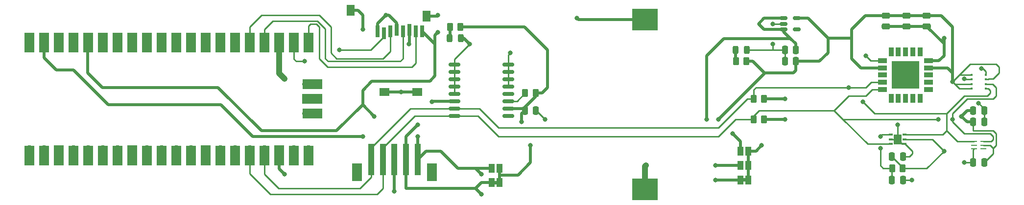
<source format=gbr>
%TF.GenerationSoftware,KiCad,Pcbnew,(6.0.8)*%
%TF.CreationDate,2022-11-30T15:49:30-05:00*%
%TF.ProjectId,mushroomDataloggerProject,6d757368-726f-46f6-9d44-6174616c6f67,rev?*%
%TF.SameCoordinates,Original*%
%TF.FileFunction,Copper,L1,Top*%
%TF.FilePolarity,Positive*%
%FSLAX46Y46*%
G04 Gerber Fmt 4.6, Leading zero omitted, Abs format (unit mm)*
G04 Created by KiCad (PCBNEW (6.0.8)) date 2022-11-30 15:49:30*
%MOMM*%
%LPD*%
G01*
G04 APERTURE LIST*
G04 Aperture macros list*
%AMRoundRect*
0 Rectangle with rounded corners*
0 $1 Rounding radius*
0 $2 $3 $4 $5 $6 $7 $8 $9 X,Y pos of 4 corners*
0 Add a 4 corners polygon primitive as box body*
4,1,4,$2,$3,$4,$5,$6,$7,$8,$9,$2,$3,0*
0 Add four circle primitives for the rounded corners*
1,1,$1+$1,$2,$3*
1,1,$1+$1,$4,$5*
1,1,$1+$1,$6,$7*
1,1,$1+$1,$8,$9*
0 Add four rect primitives between the rounded corners*
20,1,$1+$1,$2,$3,$4,$5,0*
20,1,$1+$1,$4,$5,$6,$7,0*
20,1,$1+$1,$6,$7,$8,$9,0*
20,1,$1+$1,$8,$9,$2,$3,0*%
G04 Aperture macros list end*
%TA.AperFunction,SMDPad,CuDef*%
%ADD10R,0.400000X0.400000*%
%TD*%
%TA.AperFunction,ComponentPad*%
%ADD11O,1.700000X1.700000*%
%TD*%
%TA.AperFunction,SMDPad,CuDef*%
%ADD12R,1.700000X3.500000*%
%TD*%
%TA.AperFunction,ComponentPad*%
%ADD13R,1.700000X1.700000*%
%TD*%
%TA.AperFunction,SMDPad,CuDef*%
%ADD14R,3.500000X1.700000*%
%TD*%
%TA.AperFunction,SMDPad,CuDef*%
%ADD15R,0.812800X1.498600*%
%TD*%
%TA.AperFunction,SMDPad,CuDef*%
%ADD16R,1.498600X0.812800*%
%TD*%
%TA.AperFunction,SMDPad,CuDef*%
%ADD17R,4.800600X4.800600*%
%TD*%
%TA.AperFunction,SMDPad,CuDef*%
%ADD18RoundRect,0.250000X-0.262500X-0.450000X0.262500X-0.450000X0.262500X0.450000X-0.262500X0.450000X0*%
%TD*%
%TA.AperFunction,SMDPad,CuDef*%
%ADD19R,1.000000X1.500000*%
%TD*%
%TA.AperFunction,SMDPad,CuDef*%
%ADD20R,4.495800X3.810000*%
%TD*%
%TA.AperFunction,SMDPad,CuDef*%
%ADD21R,1.000000X5.500000*%
%TD*%
%TA.AperFunction,SMDPad,CuDef*%
%ADD22R,1.700000X3.100000*%
%TD*%
%TA.AperFunction,SMDPad,CuDef*%
%ADD23R,0.800000X2.000000*%
%TD*%
%TA.AperFunction,SMDPad,CuDef*%
%ADD24R,1.800000X1.400000*%
%TD*%
%TA.AperFunction,SMDPad,CuDef*%
%ADD25R,1.400000X1.900000*%
%TD*%
%TA.AperFunction,SMDPad,CuDef*%
%ADD26RoundRect,0.250000X-0.250000X-0.475000X0.250000X-0.475000X0.250000X0.475000X-0.250000X0.475000X0*%
%TD*%
%TA.AperFunction,SMDPad,CuDef*%
%ADD27R,0.762000X0.406400*%
%TD*%
%TA.AperFunction,SMDPad,CuDef*%
%ADD28R,1.346200X1.752600*%
%TD*%
%TA.AperFunction,SMDPad,CuDef*%
%ADD29RoundRect,0.250000X-0.475000X0.250000X-0.475000X-0.250000X0.475000X-0.250000X0.475000X0.250000X0*%
%TD*%
%TA.AperFunction,SMDPad,CuDef*%
%ADD30RoundRect,0.250000X0.250000X0.475000X-0.250000X0.475000X-0.250000X-0.475000X0.250000X-0.475000X0*%
%TD*%
%TA.AperFunction,SMDPad,CuDef*%
%ADD31RoundRect,0.150000X0.875000X0.150000X-0.875000X0.150000X-0.875000X-0.150000X0.875000X-0.150000X0*%
%TD*%
%TA.AperFunction,SMDPad,CuDef*%
%ADD32R,1.066800X0.254000*%
%TD*%
%TA.AperFunction,SMDPad,CuDef*%
%ADD33RoundRect,0.243750X0.243750X0.456250X-0.243750X0.456250X-0.243750X-0.456250X0.243750X-0.456250X0*%
%TD*%
%TA.AperFunction,SMDPad,CuDef*%
%ADD34RoundRect,0.150000X-0.512500X-0.150000X0.512500X-0.150000X0.512500X0.150000X-0.512500X0.150000X0*%
%TD*%
%TA.AperFunction,ViaPad*%
%ADD35C,0.800000*%
%TD*%
%TA.AperFunction,Conductor*%
%ADD36C,0.500000*%
%TD*%
%TA.AperFunction,Conductor*%
%ADD37C,0.250000*%
%TD*%
%TA.AperFunction,Conductor*%
%ADD38C,1.000000*%
%TD*%
G04 APERTURE END LIST*
%TO.C,JP2*%
G36*
X147750000Y-50800000D02*
G01*
X147250000Y-50800000D01*
X147250000Y-50200000D01*
X147750000Y-50200000D01*
X147750000Y-50800000D01*
G37*
%TO.C,JP4*%
G36*
X104750000Y-51300000D02*
G01*
X104250000Y-51300000D01*
X104250000Y-50700000D01*
X104750000Y-50700000D01*
X104750000Y-51300000D01*
G37*
%TD*%
D10*
%TO.P,U4,1,GND*%
%TO.N,GND*%
X189200000Y-32300000D03*
%TO.P,U4,2,CSB*%
%TO.N,/Sensors/VCC*%
X189200000Y-33100000D03*
%TO.P,U4,3,SDI*%
%TO.N,SDA*%
X189200000Y-33900000D03*
%TO.P,U4,4,SCK*%
%TO.N,SCL*%
X189200000Y-34700000D03*
%TO.P,U4,5,SDO*%
%TO.N,/Sensors/VCC*%
X186800000Y-34700000D03*
%TO.P,U4,6,VDDIO*%
X186800000Y-33900000D03*
%TO.P,U4,7,GND*%
%TO.N,GND*%
X186800000Y-33100000D03*
%TO.P,U4,8,VDD*%
%TO.N,/Sensors/VCC*%
X186800000Y-32300000D03*
%TD*%
D11*
%TO.P,U1,1,GPIO0*%
%TO.N,unconnected-(U1-Pad1)*%
X23870000Y-45390000D03*
D12*
X23870000Y-46290000D03*
D11*
%TO.P,U1,2,GPIO1*%
%TO.N,unconnected-(U1-Pad2)*%
X26410000Y-45390000D03*
D12*
X26410000Y-46290000D03*
D13*
%TO.P,U1,3,GND*%
%TO.N,unconnected-(U1-Pad3)*%
X28950000Y-45390000D03*
D12*
X28950000Y-46290000D03*
D11*
%TO.P,U1,4,GPIO2*%
%TO.N,unconnected-(U1-Pad4)*%
X31490000Y-45390000D03*
D12*
X31490000Y-46290000D03*
D11*
%TO.P,U1,5,GPIO3*%
%TO.N,unconnected-(U1-Pad5)*%
X34030000Y-45390000D03*
D12*
X34030000Y-46290000D03*
%TO.P,U1,6,GPIO4*%
%TO.N,unconnected-(U1-Pad6)*%
X36570000Y-46290000D03*
D11*
X36570000Y-45390000D03*
%TO.P,U1,7,GPIO5*%
%TO.N,unconnected-(U1-Pad7)*%
X39110000Y-45390000D03*
D12*
X39110000Y-46290000D03*
D13*
%TO.P,U1,8,GND*%
%TO.N,unconnected-(U1-Pad8)*%
X41650000Y-45390000D03*
D12*
X41650000Y-46290000D03*
D11*
%TO.P,U1,9,GPIO6*%
%TO.N,unconnected-(U1-Pad9)*%
X44190000Y-45390000D03*
D12*
X44190000Y-46290000D03*
%TO.P,U1,10,GPIO7*%
%TO.N,unconnected-(U1-Pad10)*%
X46730000Y-46290000D03*
D11*
X46730000Y-45390000D03*
D12*
%TO.P,U1,11,GPIO8*%
%TO.N,unconnected-(U1-Pad11)*%
X49270000Y-46290000D03*
D11*
X49270000Y-45390000D03*
%TO.P,U1,12,GPIO9*%
%TO.N,unconnected-(U1-Pad12)*%
X51810000Y-45390000D03*
D12*
X51810000Y-46290000D03*
%TO.P,U1,13,GND*%
%TO.N,unconnected-(U1-Pad13)*%
X54350000Y-46290000D03*
D13*
X54350000Y-45390000D03*
D12*
%TO.P,U1,14,GPIO10*%
%TO.N,unconnected-(U1-Pad14)*%
X56890000Y-46290000D03*
D11*
X56890000Y-45390000D03*
D12*
%TO.P,U1,15,GPIO11*%
%TO.N,unconnected-(U1-Pad15)*%
X59430000Y-46290000D03*
D11*
X59430000Y-45390000D03*
%TO.P,U1,16,GPIO12*%
%TO.N,SDA*%
X61970000Y-45390000D03*
D12*
X61970000Y-46290000D03*
%TO.P,U1,17,GPIO13*%
%TO.N,SCL*%
X64510000Y-46290000D03*
D11*
X64510000Y-45390000D03*
D12*
%TO.P,U1,18,GND*%
%TO.N,GND*%
X67050000Y-46290000D03*
D13*
X67050000Y-45390000D03*
D12*
%TO.P,U1,19,GPIO14*%
%TO.N,unconnected-(U1-Pad19)*%
X69590000Y-46290000D03*
D11*
X69590000Y-45390000D03*
D12*
%TO.P,U1,20,GPIO15*%
%TO.N,unconnected-(U1-Pad20)*%
X72130000Y-46290000D03*
D11*
X72130000Y-45390000D03*
%TO.P,U1,21,GPIO16*%
%TO.N,/SPI_RX*%
X72130000Y-27610000D03*
D12*
X72130000Y-26710000D03*
%TO.P,U1,22,GPIO17*%
%TO.N,/CS*%
X69590000Y-26710000D03*
D11*
X69590000Y-27610000D03*
D12*
%TO.P,U1,23,GND*%
%TO.N,GND*%
X67050000Y-26710000D03*
D13*
X67050000Y-27610000D03*
D11*
%TO.P,U1,24,GPIO18*%
%TO.N,/SCK*%
X64510000Y-27610000D03*
D12*
X64510000Y-26710000D03*
%TO.P,U1,25,GPIO19*%
%TO.N,/SPI_TX*%
X61970000Y-26710000D03*
D11*
X61970000Y-27610000D03*
%TO.P,U1,26,GPIO20*%
%TO.N,unconnected-(U1-Pad26)*%
X59430000Y-27610000D03*
D12*
X59430000Y-26710000D03*
%TO.P,U1,27,GPIO21*%
%TO.N,unconnected-(U1-Pad27)*%
X56890000Y-26710000D03*
D11*
X56890000Y-27610000D03*
D12*
%TO.P,U1,28,GND*%
%TO.N,unconnected-(U1-Pad28)*%
X54350000Y-26710000D03*
D13*
X54350000Y-27610000D03*
D11*
%TO.P,U1,29,GPIO22*%
%TO.N,unconnected-(U1-Pad29)*%
X51810000Y-27610000D03*
D12*
X51810000Y-26710000D03*
%TO.P,U1,30,RUN*%
%TO.N,unconnected-(U1-Pad30)*%
X49270000Y-26710000D03*
D11*
X49270000Y-27610000D03*
D12*
%TO.P,U1,31,GPIO26_ADC0*%
%TO.N,unconnected-(U1-Pad31)*%
X46730000Y-26710000D03*
D11*
X46730000Y-27610000D03*
D12*
%TO.P,U1,32,GPIO27_ADC1*%
%TO.N,unconnected-(U1-Pad32)*%
X44190000Y-26710000D03*
D11*
X44190000Y-27610000D03*
D12*
%TO.P,U1,33,AGND*%
%TO.N,unconnected-(U1-Pad33)*%
X41650000Y-26710000D03*
D13*
X41650000Y-27610000D03*
D12*
%TO.P,U1,34,GPIO28_ADC2*%
%TO.N,unconnected-(U1-Pad34)*%
X39110000Y-26710000D03*
D11*
X39110000Y-27610000D03*
%TO.P,U1,35,ADC_VREF*%
%TO.N,unconnected-(U1-Pad35)*%
X36570000Y-27610000D03*
D12*
X36570000Y-26710000D03*
%TO.P,U1,36,3V3*%
%TO.N,3V3*%
X34030000Y-26710000D03*
D11*
X34030000Y-27610000D03*
D12*
%TO.P,U1,37,3V3_EN*%
%TO.N,unconnected-(U1-Pad37)*%
X31490000Y-26710000D03*
D11*
X31490000Y-27610000D03*
D13*
%TO.P,U1,38,GND*%
%TO.N,GND*%
X28950000Y-27610000D03*
D12*
X28950000Y-26710000D03*
%TO.P,U1,39,VSYS*%
%TO.N,5V*%
X26410000Y-26710000D03*
D11*
X26410000Y-27610000D03*
%TO.P,U1,40,VBUS*%
%TO.N,unconnected-(U1-Pad40)*%
X23870000Y-27610000D03*
D12*
X23870000Y-26710000D03*
D14*
%TO.P,U1,41,SWCLK*%
%TO.N,unconnected-(U1-Pad41)*%
X72800000Y-39040000D03*
D11*
X71900000Y-39040000D03*
D14*
%TO.P,U1,42,GND*%
%TO.N,unconnected-(U1-Pad42)*%
X72800000Y-36500000D03*
D13*
X71900000Y-36500000D03*
D11*
%TO.P,U1,43,SWDIO*%
%TO.N,unconnected-(U1-Pad43)*%
X71900000Y-33960000D03*
D14*
X72800000Y-33960000D03*
%TD*%
D15*
%TO.P,U6,1,DNC*%
%TO.N,unconnected-(U6-Pad1)*%
X177865000Y-28365000D03*
%TO.P,U6,2,DNC*%
%TO.N,unconnected-(U6-Pad2)*%
X176615000Y-28365000D03*
%TO.P,U6,3,DNC*%
%TO.N,unconnected-(U6-Pad3)*%
X175365000Y-28365000D03*
%TO.P,U6,4,DNC*%
%TO.N,unconnected-(U6-Pad4)*%
X174115000Y-28365000D03*
%TO.P,U6,5,DNC*%
%TO.N,unconnected-(U6-Pad5)*%
X172865000Y-28365000D03*
D16*
%TO.P,U6,6,GND*%
%TO.N,GND*%
X171365000Y-29865000D03*
%TO.P,U6,7,VDD*%
%TO.N,/Sensors/VCC*%
X171365000Y-31115000D03*
%TO.P,U6,8,DNC*%
%TO.N,unconnected-(U6-Pad8)*%
X171365000Y-32365000D03*
%TO.P,U6,9,SCL*%
%TO.N,SCL*%
X171365000Y-33615000D03*
%TO.P,U6,10,SDA*%
%TO.N,SDA*%
X171365000Y-34865000D03*
D15*
%TO.P,U6,11,DNC*%
%TO.N,unconnected-(U6-Pad11)*%
X172865000Y-36365000D03*
%TO.P,U6,12,DNC*%
%TO.N,unconnected-(U6-Pad12)*%
X174115000Y-36365000D03*
%TO.P,U6,13,DNC*%
%TO.N,unconnected-(U6-Pad13)*%
X175365000Y-36365000D03*
%TO.P,U6,14,DNC*%
%TO.N,unconnected-(U6-Pad14)*%
X176615000Y-36365000D03*
%TO.P,U6,15,DNC*%
%TO.N,unconnected-(U6-Pad15)*%
X177865000Y-36365000D03*
D16*
%TO.P,U6,16,DNC*%
%TO.N,unconnected-(U6-Pad16)*%
X179365000Y-34865000D03*
%TO.P,U6,17,DNC*%
%TO.N,unconnected-(U6-Pad17)*%
X179365000Y-33615000D03*
%TO.P,U6,18,DNC*%
%TO.N,unconnected-(U6-Pad18)*%
X179365000Y-32365000D03*
%TO.P,U6,19,VDDH*%
%TO.N,/Sensors/VCC*%
X179365000Y-31115000D03*
%TO.P,U6,20,GND*%
%TO.N,GND*%
X179365000Y-29865000D03*
D17*
%TO.P,U6,21,GND*%
X175365000Y-32365000D03*
%TD*%
D18*
%TO.P,R2,1*%
%TO.N,Net-(C2-Pad1)*%
X173037500Y-48510000D03*
%TO.P,R2,2*%
%TO.N,/Sensors/VCC*%
X174862500Y-48510000D03*
%TD*%
D19*
%TO.P,JP3,1,A*%
%TO.N,5V*%
X103850000Y-48500000D03*
%TO.P,JP3,2,B*%
%TO.N,/VCC_RTC*%
X105150000Y-48500000D03*
%TD*%
D20*
%TO.P,BT1,1,+*%
%TO.N,/RTC_VBAT*%
X130346000Y-22806598D03*
%TO.P,BT1,2,-*%
%TO.N,GND*%
X130346000Y-52103008D03*
%TD*%
D21*
%TO.P,Sensor Extension,1,Pin_1*%
%TO.N,SCL*%
X83000000Y-47000000D03*
%TO.P,Sensor Extension,2,Pin_2*%
%TO.N,SDA*%
X85000000Y-47000000D03*
%TO.P,Sensor Extension,3,Pin_3*%
%TO.N,GND*%
X87000000Y-47000000D03*
%TO.P,Sensor Extension,4,Pin_4*%
%TO.N,3V3*%
X89000000Y-47000000D03*
%TO.P,Sensor Extension,5,Pin_5*%
%TO.N,5V*%
X91000000Y-47000000D03*
D22*
%TO.P,Sensor Extension,6*%
%TO.N,N/C*%
X93450000Y-49200000D03*
%TO.P,Sensor Extension,7*%
X80550000Y-49200000D03*
%TD*%
D18*
%TO.P,R11,1*%
%TO.N,SCL*%
X149087500Y-36500000D03*
%TO.P,R11,2*%
%TO.N,/Sensors/VCC*%
X150912500Y-36500000D03*
%TD*%
%TO.P,R9,1*%
%TO.N,Net-(D2-Pad2)*%
X146037500Y-30000000D03*
%TO.P,R9,2*%
%TO.N,/Sensors/VCC*%
X147862500Y-30000000D03*
%TD*%
D23*
%TO.P,SD Card,1,DAT2*%
%TO.N,3V3*%
X84060000Y-24775000D03*
%TO.P,SD Card,2,CD/DAT3*%
%TO.N,/CS*%
X85160000Y-25175000D03*
%TO.P,SD Card,3,CMD*%
%TO.N,/SPI_TX*%
X86260000Y-24775000D03*
%TO.P,SD Card,4,VDD*%
%TO.N,3V3*%
X87360000Y-24575000D03*
%TO.P,SD Card,5,CLK*%
%TO.N,/SCK*%
X88460000Y-24775000D03*
%TO.P,SD Card,6,VSS*%
%TO.N,GND*%
X89560000Y-24575000D03*
%TO.P,SD Card,7,DAT0*%
%TO.N,/SPI_RX*%
X90660000Y-24775000D03*
%TO.P,SD Card,8,DAT1*%
%TO.N,3V3*%
X91760000Y-24775000D03*
D24*
%TO.P,SD Card,9,CD1*%
%TO.N,GND*%
X90950000Y-35325000D03*
%TO.P,SD Card,10,CD2*%
X85250000Y-35325000D03*
D25*
%TO.P,SD Card,11,GND*%
X92550000Y-22175000D03*
%TO.P,SD Card,12,GND*%
X79400000Y-21175000D03*
%TD*%
D18*
%TO.P,R8,1*%
%TO.N,Net-(D1-Pad2)*%
X96587500Y-24000000D03*
%TO.P,R8,2*%
%TO.N,/VCC_RTC*%
X98412500Y-24000000D03*
%TD*%
D26*
%TO.P,C2,1*%
%TO.N,Net-(C2-Pad1)*%
X173000000Y-50510000D03*
%TO.P,C2,2*%
%TO.N,GND*%
X174900000Y-50510000D03*
%TD*%
D27*
%TO.P,U7,1,VDD*%
%TO.N,Net-(C2-Pad1)*%
X172806200Y-42699999D03*
%TO.P,U7,2,VSS*%
%TO.N,GND*%
X172806200Y-43500000D03*
%TO.P,U7,3,SDA*%
%TO.N,SDA*%
X172806200Y-44300001D03*
%TO.P,U7,4,NA*%
%TO.N,GND*%
X175193800Y-44300001D03*
%TO.P,U7,5,VDDH*%
%TO.N,/Sensors/VCC*%
X175193800Y-43500000D03*
%TO.P,U7,6,SCL*%
%TO.N,SCL*%
X175193800Y-42699999D03*
D28*
%TO.P,U7,7,GND*%
%TO.N,GND*%
X174000000Y-43500000D03*
%TD*%
D26*
%TO.P,C3,1*%
%TO.N,/VCC_RTC*%
X109550000Y-38500000D03*
%TO.P,C3,2*%
%TO.N,GND*%
X111450000Y-38500000D03*
%TD*%
D18*
%TO.P,R12,1*%
%TO.N,SDA*%
X149087500Y-40000000D03*
%TO.P,R12,2*%
%TO.N,/Sensors/VCC*%
X150912500Y-40000000D03*
%TD*%
D29*
%TO.P,C8,1*%
%TO.N,/Sensors/VCC*%
X179000000Y-22050000D03*
%TO.P,C8,2*%
%TO.N,GND*%
X179000000Y-23950000D03*
%TD*%
D19*
%TO.P,JP5,1,A*%
%TO.N,/Sensors/VCC_IN*%
X148150000Y-45500000D03*
%TO.P,JP5,2,B*%
%TO.N,/Sensors/VCC*%
X146850000Y-45500000D03*
%TD*%
D26*
%TO.P,C4,1*%
%TO.N,/Sensors/VCC*%
X187050000Y-40500000D03*
%TO.P,C4,2*%
%TO.N,GND*%
X188950000Y-40500000D03*
%TD*%
D19*
%TO.P,JP1,1,A*%
%TO.N,/Sensors/VCC_IN*%
X148150000Y-48000000D03*
%TO.P,JP1,2,B*%
%TO.N,5V*%
X146850000Y-48000000D03*
%TD*%
D30*
%TO.P,C7,1*%
%TO.N,/Sensors/VCC_IN*%
X156400000Y-28000000D03*
%TO.P,C7,2*%
%TO.N,GND*%
X154500000Y-28000000D03*
%TD*%
D31*
%TO.P,RTC,1,32KHZ*%
%TO.N,unconnected-(U2-Pad1)*%
X106650000Y-39445000D03*
%TO.P,RTC,2,VCC*%
%TO.N,/VCC_RTC*%
X106650000Y-38175000D03*
%TO.P,RTC,3,~{INT}/SQW*%
%TO.N,/RTC_INT*%
X106650000Y-36905000D03*
%TO.P,RTC,4,~{RST}*%
%TO.N,unconnected-(U2-Pad4)*%
X106650000Y-35635000D03*
%TO.P,RTC,5,GND*%
%TO.N,GND*%
X106650000Y-34365000D03*
%TO.P,RTC,6,GND*%
X106650000Y-33095000D03*
%TO.P,RTC,7,GND*%
X106650000Y-31825000D03*
%TO.P,RTC,8,GND*%
X106650000Y-30555000D03*
%TO.P,RTC,9,GND*%
X97350000Y-30555000D03*
%TO.P,RTC,10,GND*%
X97350000Y-31825000D03*
%TO.P,RTC,11,GND*%
X97350000Y-33095000D03*
%TO.P,RTC,12,GND*%
X97350000Y-34365000D03*
%TO.P,RTC,13,GND*%
X97350000Y-35635000D03*
%TO.P,RTC,14,VBAT*%
%TO.N,/RTC_VBAT*%
X97350000Y-36905000D03*
%TO.P,RTC,15,SDA*%
%TO.N,SCL*%
X97350000Y-38175000D03*
%TO.P,RTC,16,SCL*%
%TO.N,SDA*%
X97350000Y-39445000D03*
%TD*%
D29*
%TO.P,C10,1*%
%TO.N,/Sensors/VCC*%
X172000000Y-22050000D03*
%TO.P,C10,2*%
%TO.N,GND*%
X172000000Y-23950000D03*
%TD*%
D19*
%TO.P,JP2,1,A*%
%TO.N,/Sensors/VCC_IN*%
X148150000Y-50500000D03*
%TO.P,JP2,2,B*%
%TO.N,3V3*%
X146850000Y-50500000D03*
%TD*%
D30*
%TO.P,C6,1*%
%TO.N,/Sensors/VCC*%
X188950000Y-47500000D03*
%TO.P,C6,2*%
%TO.N,GND*%
X187050000Y-47500000D03*
%TD*%
%TO.P,C1,1*%
%TO.N,/Sensors/VCC*%
X156400000Y-30000000D03*
%TO.P,C1,2*%
%TO.N,GND*%
X154500000Y-30000000D03*
%TD*%
D32*
%TO.P,U3,1,SCL*%
%TO.N,SCL*%
X187166100Y-43850014D03*
%TO.P,U3,2,INT*%
%TO.N,unconnected-(U3-Pad2)*%
X187166100Y-44500000D03*
%TO.P,U3,3,GND*%
%TO.N,GND*%
X187166100Y-45149986D03*
%TO.P,U3,4,NC*%
%TO.N,unconnected-(U3-Pad4)*%
X188817100Y-45149986D03*
%TO.P,U3,5,VDD*%
%TO.N,/Sensors/VCC*%
X188817100Y-44500000D03*
%TO.P,U3,6,SDA*%
%TO.N,SDA*%
X188817100Y-43850014D03*
%TD*%
D19*
%TO.P,JP4,1,A*%
%TO.N,3V3*%
X103850000Y-51000000D03*
%TO.P,JP4,2,B*%
%TO.N,/VCC_RTC*%
X105150000Y-51000000D03*
%TD*%
D33*
%TO.P,D1,1,K*%
%TO.N,GND*%
X98437500Y-26000000D03*
%TO.P,D1,2,A*%
%TO.N,Net-(D1-Pad2)*%
X96562500Y-26000000D03*
%TD*%
D34*
%TO.P,U5,1,VIN*%
%TO.N,/Sensors/VCC_IN*%
X154312500Y-22550000D03*
%TO.P,U5,2,GND*%
%TO.N,GND*%
X154312500Y-23500000D03*
%TO.P,U5,3,EN*%
%TO.N,/Sensors/VCC_IN*%
X154312500Y-24450000D03*
%TO.P,U5,4,NC*%
%TO.N,unconnected-(U5-Pad4)*%
X156587500Y-24450000D03*
%TO.P,U5,5,VOUT*%
%TO.N,/Sensors/VCC*%
X156587500Y-22550000D03*
%TD*%
D33*
%TO.P,D2,1,K*%
%TO.N,GND*%
X147887500Y-28000000D03*
%TO.P,D2,2,A*%
%TO.N,Net-(D2-Pad2)*%
X146012500Y-28000000D03*
%TD*%
D26*
%TO.P,C5,1*%
%TO.N,/Sensors/VCC*%
X187050000Y-38500000D03*
%TO.P,C5,2*%
%TO.N,GND*%
X188950000Y-38500000D03*
%TD*%
%TO.P,C11,1*%
%TO.N,/Sensors/VCC*%
X173000000Y-46500000D03*
%TO.P,C11,2*%
%TO.N,GND*%
X174900000Y-46500000D03*
%TD*%
D18*
%TO.P,R1,1*%
%TO.N,/RTC_INT*%
X109587500Y-35500000D03*
%TO.P,R1,2*%
%TO.N,/VCC_RTC*%
X111412500Y-35500000D03*
%TD*%
D29*
%TO.P,C9,1*%
%TO.N,/Sensors/VCC*%
X175500000Y-22050000D03*
%TO.P,C9,2*%
%TO.N,GND*%
X175500000Y-23950000D03*
%TD*%
D35*
%TO.N,/RTC_VBAT*%
X118500000Y-22500000D03*
X93500000Y-37000000D03*
%TO.N,GND*%
X113000000Y-40000000D03*
X168500000Y-29000000D03*
X188500000Y-31224500D03*
X88175000Y-35325000D03*
X89500000Y-27000000D03*
X87000000Y-52500000D03*
X152450000Y-23500000D03*
X185500000Y-33024500D03*
X174000000Y-41000000D03*
X130500000Y-48000000D03*
X152450000Y-27000000D03*
X81500000Y-24500000D03*
X107000000Y-28500000D03*
X100000000Y-27000000D03*
X94500000Y-22000000D03*
X68000000Y-49500000D03*
X68000000Y-33000000D03*
X188000000Y-37224500D03*
X185500000Y-47500000D03*
X182000000Y-26000000D03*
X175500000Y-31000000D03*
X176490000Y-50510000D03*
%TO.N,/VCC_RTC*%
X110500000Y-44500000D03*
X109000000Y-40500000D03*
%TO.N,/Sensors/VCC_IN*%
X150500000Y-44500000D03*
X141000000Y-40000000D03*
%TO.N,SCL*%
X165500000Y-34500000D03*
X168000000Y-37000000D03*
%TO.N,SDA*%
X183500000Y-40000000D03*
X181000000Y-40000000D03*
%TO.N,3V3*%
X85500000Y-22000000D03*
X91000000Y-41000000D03*
X83500000Y-39500000D03*
X94500000Y-25000000D03*
X142500000Y-50500000D03*
X102000000Y-53000000D03*
%TO.N,5V*%
X142500000Y-48000000D03*
X81500000Y-43000000D03*
X102000000Y-49500000D03*
X91000000Y-43000000D03*
%TO.N,/CS*%
X71500000Y-30000000D03*
X77500000Y-28000000D03*
%TO.N,/Sensors/VCC*%
X185000000Y-39500000D03*
X154500000Y-40000000D03*
X182000000Y-45500000D03*
X143000000Y-40000000D03*
X154500000Y-36500000D03*
X145500000Y-42500000D03*
X143000000Y-40000000D03*
X183500000Y-33500000D03*
%TO.N,Net-(C2-Pad1)*%
X171000000Y-45024501D03*
X171000000Y-43000000D03*
X171000000Y-45024501D03*
%TD*%
D36*
%TO.N,/RTC_VBAT*%
X97350000Y-36905000D02*
X94595000Y-36905000D01*
X118500000Y-22500000D02*
X118806598Y-22806598D01*
X118806598Y-22806598D02*
X130346000Y-22806598D01*
X94595000Y-36905000D02*
X93595000Y-36905000D01*
X93595000Y-36905000D02*
X93500000Y-37000000D01*
%TO.N,GND*%
X181135000Y-29865000D02*
X182000000Y-29000000D01*
X172000000Y-23950000D02*
X179000000Y-23950000D01*
D37*
X175365000Y-32365000D02*
X175365000Y-31135000D01*
X174000000Y-43500000D02*
X174000000Y-41000000D01*
X189200000Y-32300000D02*
X189200000Y-31700000D01*
X176500000Y-46000000D02*
X176000000Y-46500000D01*
X97350000Y-34365000D02*
X97350000Y-35635000D01*
D38*
X67050000Y-32050000D02*
X68000000Y-33000000D01*
D37*
X187050000Y-47500000D02*
X185500000Y-47500000D01*
D36*
X67050000Y-45390000D02*
X67050000Y-48550000D01*
D37*
X174900000Y-50510000D02*
X176490000Y-50510000D01*
X154312500Y-23500000D02*
X152450000Y-23500000D01*
D36*
X79400000Y-21175000D02*
X80675000Y-21175000D01*
D37*
X188950000Y-40500000D02*
X188950000Y-38500000D01*
X169365000Y-29865000D02*
X168500000Y-29000000D01*
X152450000Y-28000000D02*
X152450000Y-27000000D01*
X111450000Y-38500000D02*
X111500000Y-38500000D01*
X175365000Y-31135000D02*
X175500000Y-31000000D01*
D36*
X94325000Y-22175000D02*
X94500000Y-22000000D01*
D37*
X188724500Y-31224500D02*
X188500000Y-31224500D01*
D36*
X99000000Y-26000000D02*
X100000000Y-27000000D01*
D37*
X175193800Y-44300001D02*
X175300001Y-44300001D01*
D36*
X89560000Y-24575000D02*
X89560000Y-26940000D01*
D38*
X67050000Y-27610000D02*
X67050000Y-32050000D01*
D37*
X176000000Y-46500000D02*
X174900000Y-46500000D01*
X106650000Y-28850000D02*
X107000000Y-28500000D01*
D38*
X130346000Y-52103008D02*
X130346000Y-48154000D01*
D37*
X97350000Y-34365000D02*
X97350000Y-33095000D01*
X188950000Y-38500000D02*
X188950000Y-38174500D01*
X152450000Y-28000000D02*
X147887500Y-28000000D01*
X189200000Y-31700000D02*
X188724500Y-31224500D01*
D36*
X87000000Y-47000000D02*
X87000000Y-52500000D01*
X81500000Y-22000000D02*
X81500000Y-24500000D01*
D37*
X174800001Y-44300001D02*
X174000000Y-43500000D01*
D36*
X98437500Y-26000000D02*
X99000000Y-26000000D01*
D37*
X106650000Y-33095000D02*
X106650000Y-31825000D01*
X97350000Y-31825000D02*
X97350000Y-30555000D01*
X172806200Y-43500000D02*
X174000000Y-43500000D01*
X154500000Y-28000000D02*
X154500000Y-30000000D01*
D36*
X182000000Y-26950000D02*
X182000000Y-26000000D01*
D37*
X97350000Y-29650000D02*
X100000000Y-27000000D01*
D36*
X85250000Y-35325000D02*
X90950000Y-35325000D01*
D37*
X171365000Y-29865000D02*
X169365000Y-29865000D01*
X111500000Y-38500000D02*
X113000000Y-40000000D01*
D38*
X130346000Y-48154000D02*
X130500000Y-48000000D01*
D37*
X188950000Y-38174500D02*
X188000000Y-37224500D01*
X176500000Y-45500000D02*
X176500000Y-46000000D01*
D36*
X179365000Y-29865000D02*
X181135000Y-29865000D01*
X92550000Y-22175000D02*
X94325000Y-22175000D01*
D37*
X175193800Y-44300001D02*
X174800001Y-44300001D01*
X154500000Y-28000000D02*
X152450000Y-28000000D01*
D36*
X182000000Y-29000000D02*
X182000000Y-26950000D01*
D37*
X106650000Y-34365000D02*
X106650000Y-33095000D01*
D36*
X89560000Y-26940000D02*
X89500000Y-27000000D01*
D37*
X187050000Y-45266086D02*
X187166100Y-45149986D01*
X185575500Y-33100000D02*
X185500000Y-33024500D01*
X97350000Y-30555000D02*
X97350000Y-29650000D01*
D36*
X67050000Y-48550000D02*
X68000000Y-49500000D01*
D37*
X186800000Y-33100000D02*
X185575500Y-33100000D01*
X175300001Y-44300001D02*
X176500000Y-45500000D01*
X106650000Y-30555000D02*
X106650000Y-28850000D01*
X187050000Y-47500000D02*
X187050000Y-45266086D01*
D36*
X182000000Y-26950000D02*
X179000000Y-23950000D01*
X80675000Y-21175000D02*
X81500000Y-22000000D01*
D37*
X97350000Y-33095000D02*
X97350000Y-31825000D01*
X106650000Y-31825000D02*
X106650000Y-30555000D01*
D36*
%TO.N,/VCC_RTC*%
X112500000Y-35500000D02*
X113500000Y-34500000D01*
X109000000Y-39050000D02*
X109550000Y-38500000D01*
X113500000Y-34500000D02*
X113500000Y-28000000D01*
X106650000Y-38175000D02*
X109225000Y-38175000D01*
X110500000Y-47500000D02*
X110500000Y-44500000D01*
X113500000Y-28000000D02*
X109500000Y-24000000D01*
X109225000Y-38175000D02*
X109550000Y-38500000D01*
X111412500Y-36087500D02*
X111412500Y-35500000D01*
X108350000Y-49650000D02*
X110500000Y-47500000D01*
X109000000Y-40500000D02*
X109000000Y-39050000D01*
X105150000Y-48500000D02*
X105150000Y-49650000D01*
X105150000Y-49650000D02*
X108350000Y-49650000D01*
X109550000Y-37950000D02*
X111412500Y-36087500D01*
X111412500Y-35500000D02*
X112500000Y-35500000D01*
X109550000Y-38500000D02*
X109550000Y-37950000D01*
X105150000Y-49650000D02*
X105150000Y-51000000D01*
X109500000Y-24000000D02*
X98412500Y-24000000D01*
%TO.N,/Sensors/VCC_IN*%
X150900000Y-24450000D02*
X154312500Y-24450000D01*
X141000000Y-29000000D02*
X141000000Y-40000000D01*
X154312500Y-24862500D02*
X155475000Y-26025000D01*
X148150000Y-45500000D02*
X149500000Y-45500000D01*
X156400000Y-26950000D02*
X156400000Y-28000000D01*
X149950000Y-23500000D02*
X150900000Y-22550000D01*
X143975000Y-26025000D02*
X141000000Y-29000000D01*
X155475000Y-26025000D02*
X143975000Y-26025000D01*
X150900000Y-22550000D02*
X154312500Y-22550000D01*
X155475000Y-26025000D02*
X156400000Y-26950000D01*
X154312500Y-24450000D02*
X154312500Y-24862500D01*
X149500000Y-45500000D02*
X150500000Y-44500000D01*
X148150000Y-50500000D02*
X148150000Y-48000000D01*
X148150000Y-48000000D02*
X148150000Y-45500000D01*
X149950000Y-23500000D02*
X150900000Y-24450000D01*
%TO.N,Net-(D1-Pad2)*%
X96587500Y-25975000D02*
X96562500Y-26000000D01*
X96587500Y-24000000D02*
X96587500Y-25975000D01*
%TO.N,Net-(D2-Pad2)*%
X146012500Y-29975000D02*
X146037500Y-30000000D01*
X146012500Y-28000000D02*
X146012500Y-29975000D01*
D37*
%TO.N,SCL*%
X101675000Y-38175000D02*
X105000000Y-41500000D01*
X105000000Y-41500000D02*
X143000000Y-41500000D01*
X165500000Y-34500000D02*
X162000000Y-34500000D01*
X169385000Y-33615000D02*
X171365000Y-33615000D01*
X182500000Y-42000000D02*
X182500000Y-39000000D01*
X182500000Y-39000000D02*
X170000000Y-39000000D01*
X149087500Y-34912500D02*
X149087500Y-36500000D01*
X89775000Y-38175000D02*
X83000000Y-44950000D01*
X97350000Y-38175000D02*
X101675000Y-38175000D01*
X189500000Y-36000000D02*
X185500000Y-36000000D01*
X189700000Y-34700000D02*
X190000000Y-35000000D01*
X190000000Y-35000000D02*
X190000000Y-35500000D01*
X175193800Y-42699999D02*
X181800001Y-42699999D01*
X189200000Y-34700000D02*
X189700000Y-34700000D01*
X162000000Y-34500000D02*
X149500000Y-34500000D01*
X149500000Y-34500000D02*
X149087500Y-34912500D01*
X185500000Y-36000000D02*
X182500000Y-39000000D01*
X184350014Y-43850014D02*
X182500000Y-42000000D01*
X148000000Y-36500000D02*
X149087500Y-36500000D01*
X170000000Y-39000000D02*
X168000000Y-37000000D01*
X168500000Y-34500000D02*
X169385000Y-33615000D01*
X168500000Y-34500000D02*
X165500000Y-34500000D01*
X64510000Y-45390000D02*
X64510000Y-49510000D01*
X83000000Y-50000000D02*
X83000000Y-47000000D01*
X81000000Y-52000000D02*
X83000000Y-50000000D01*
X190000000Y-35500000D02*
X189500000Y-36000000D01*
X143000000Y-41500000D02*
X148000000Y-36500000D01*
X64510000Y-49510000D02*
X67000000Y-52000000D01*
X67000000Y-52000000D02*
X81000000Y-52000000D01*
X187166100Y-43850014D02*
X184350014Y-43850014D01*
X89775000Y-38175000D02*
X97350000Y-38175000D01*
X181800001Y-42699999D02*
X182500000Y-42000000D01*
%TO.N,SDA*%
X181000000Y-40000000D02*
X164500000Y-40000000D01*
X190400000Y-33900000D02*
X189200000Y-33900000D01*
X85000000Y-44950000D02*
X90505000Y-39445000D01*
X97350000Y-39445000D02*
X90505000Y-39445000D01*
X61970000Y-45390000D02*
X61970000Y-49470000D01*
X169635000Y-34865000D02*
X171365000Y-34865000D01*
X105000000Y-43000000D02*
X101445000Y-39445000D01*
X190000000Y-42500000D02*
X185500000Y-42500000D01*
X191000000Y-36000000D02*
X191000000Y-34500000D01*
X65500000Y-53000000D02*
X84000000Y-53000000D01*
X149087500Y-40000000D02*
X146000000Y-40000000D01*
X185500000Y-42500000D02*
X183500000Y-40500000D01*
X190500000Y-43000000D02*
X190000000Y-42500000D01*
X85000000Y-52000000D02*
X85000000Y-47000000D01*
X143000000Y-43000000D02*
X146000000Y-40000000D01*
X149087500Y-40000000D02*
X149087500Y-39412500D01*
X101445000Y-39445000D02*
X97350000Y-39445000D01*
X190500000Y-36500000D02*
X191000000Y-36000000D01*
X186000000Y-36500000D02*
X190500000Y-36500000D01*
X183500000Y-39000000D02*
X186000000Y-36500000D01*
X150000000Y-38500000D02*
X163000000Y-38500000D01*
X172806200Y-44300001D02*
X168800001Y-44300001D01*
X149087500Y-39412500D02*
X150000000Y-38500000D01*
X188817100Y-43850014D02*
X190149986Y-43850014D01*
X168800001Y-44300001D02*
X164500000Y-40000000D01*
X190149986Y-43850014D02*
X190500000Y-43500000D01*
X190500000Y-43500000D02*
X190500000Y-43000000D01*
X84000000Y-53000000D02*
X85000000Y-52000000D01*
X165500000Y-36000000D02*
X168500000Y-36000000D01*
X61970000Y-49470000D02*
X65500000Y-53000000D01*
X191000000Y-34500000D02*
X190400000Y-33900000D01*
X163000000Y-38500000D02*
X165500000Y-36000000D01*
X168500000Y-36000000D02*
X169635000Y-34865000D01*
X143000000Y-43000000D02*
X105000000Y-43000000D01*
X183500000Y-40500000D02*
X183500000Y-39000000D01*
X164500000Y-40000000D02*
X163000000Y-38500000D01*
D36*
%TO.N,3V3*%
X94000000Y-32539084D02*
X94000000Y-27015000D01*
X89000000Y-47000000D02*
X89000000Y-52000000D01*
X56500000Y-34500000D02*
X64000000Y-42000000D01*
X36500000Y-34500000D02*
X56500000Y-34500000D01*
X87360000Y-23360000D02*
X87360000Y-24575000D01*
X81500000Y-37500000D02*
X83500000Y-39500000D01*
X81500000Y-37500000D02*
X81500000Y-35000000D01*
X83075000Y-33425000D02*
X93114084Y-33425000D01*
X84060000Y-23440000D02*
X84060000Y-24775000D01*
X81500000Y-35000000D02*
X83075000Y-33425000D01*
X89000000Y-43000000D02*
X89000000Y-47000000D01*
X34000000Y-27640000D02*
X34000000Y-32000000D01*
X77000000Y-42000000D02*
X81500000Y-37500000D01*
X85500000Y-22000000D02*
X84060000Y-23440000D01*
X34000000Y-32000000D02*
X36500000Y-34500000D01*
X102000000Y-51000000D02*
X103850000Y-51000000D01*
X34030000Y-27610000D02*
X34000000Y-27640000D01*
X94000000Y-27015000D02*
X94000000Y-25500000D01*
X94000000Y-25500000D02*
X94500000Y-25000000D01*
X85500000Y-22000000D02*
X86000000Y-22000000D01*
X101000000Y-52000000D02*
X102000000Y-51000000D01*
X86000000Y-22000000D02*
X87360000Y-23360000D01*
X93114084Y-33425000D02*
X94000000Y-32539084D01*
X142500000Y-50500000D02*
X146850000Y-50500000D01*
X94000000Y-27015000D02*
X91760000Y-24775000D01*
X64000000Y-42000000D02*
X77000000Y-42000000D01*
X89000000Y-52000000D02*
X101000000Y-52000000D01*
X91000000Y-41000000D02*
X89000000Y-43000000D01*
X101000000Y-52000000D02*
X102000000Y-53000000D01*
%TO.N,5V*%
X101000000Y-48500000D02*
X103850000Y-48500000D01*
X26410000Y-27610000D02*
X26410000Y-29410000D01*
X62500000Y-43000000D02*
X81500000Y-43000000D01*
X26410000Y-29410000D02*
X28500000Y-31500000D01*
X37500000Y-37500000D02*
X57000000Y-37500000D01*
X92500000Y-45500000D02*
X95000000Y-45500000D01*
X98000000Y-48500000D02*
X101000000Y-48500000D01*
X57000000Y-37500000D02*
X62500000Y-43000000D01*
X142500000Y-48000000D02*
X146850000Y-48000000D01*
X31500000Y-31500000D02*
X37500000Y-37500000D01*
X95000000Y-45500000D02*
X98000000Y-48500000D01*
X101000000Y-48500000D02*
X102000000Y-49500000D01*
X91000000Y-47000000D02*
X92500000Y-45500000D01*
X28500000Y-31500000D02*
X31500000Y-31500000D01*
X91000000Y-43000000D02*
X91000000Y-47000000D01*
D37*
%TO.N,/CS*%
X69590000Y-29590000D02*
X69590000Y-27610000D01*
X85160000Y-25725000D02*
X82885000Y-28000000D01*
X82885000Y-28000000D02*
X77500000Y-28000000D01*
X70000000Y-30000000D02*
X69590000Y-29590000D01*
X71500000Y-30000000D02*
X70000000Y-30000000D01*
X85160000Y-25175000D02*
X85160000Y-25725000D01*
%TO.N,/SPI_TX*%
X61970000Y-24030000D02*
X64000000Y-22000000D01*
X74000000Y-22000000D02*
X76000000Y-24000000D01*
X76000000Y-28500000D02*
X77000000Y-29500000D01*
X85000000Y-29500000D02*
X86260000Y-28240000D01*
X86260000Y-28240000D02*
X86260000Y-24775000D01*
X64000000Y-22000000D02*
X74000000Y-22000000D01*
X77000000Y-29500000D02*
X85000000Y-29500000D01*
X61970000Y-27610000D02*
X61970000Y-24030000D01*
X76000000Y-24000000D02*
X76000000Y-28500000D01*
%TO.N,/SCK*%
X88000000Y-30000000D02*
X75500000Y-30000000D01*
X88460000Y-24775000D02*
X88460000Y-25525000D01*
X75000000Y-29500000D02*
X75000000Y-24363604D01*
X88500000Y-25565000D02*
X88500000Y-29500000D01*
X64510000Y-24490000D02*
X64510000Y-27610000D01*
X75000000Y-24363604D02*
X73636396Y-23000000D01*
X88460000Y-25525000D02*
X88500000Y-25565000D01*
X73636396Y-23000000D02*
X66000000Y-23000000D01*
X88500000Y-29500000D02*
X88000000Y-30000000D01*
X66000000Y-23000000D02*
X64510000Y-24490000D01*
X75500000Y-30000000D02*
X75000000Y-29500000D01*
%TO.N,/SPI_RX*%
X74000000Y-29500000D02*
X74000000Y-24000000D01*
X90025350Y-30974650D02*
X75474650Y-30974650D01*
X73500000Y-23500000D02*
X72500000Y-23500000D01*
X90660000Y-30340000D02*
X90025350Y-30974650D01*
X90660000Y-24775000D02*
X90660000Y-30340000D01*
X75474650Y-30974650D02*
X74000000Y-29500000D01*
X74000000Y-24000000D02*
X73500000Y-23500000D01*
X72130000Y-23870000D02*
X72130000Y-27610000D01*
X72500000Y-23500000D02*
X72130000Y-23870000D01*
%TO.N,/RTC_INT*%
X108182500Y-36905000D02*
X109587500Y-35500000D01*
X106650000Y-36905000D02*
X108182500Y-36905000D01*
D36*
%TO.N,/Sensors/VCC*%
X166000000Y-24500000D02*
X168450000Y-22050000D01*
X146850000Y-45500000D02*
X146850000Y-43850000D01*
X166000000Y-29500000D02*
X166000000Y-26000000D01*
X186000000Y-38500000D02*
X187050000Y-38500000D01*
X158500000Y-22550000D02*
X161950000Y-26000000D01*
X183500000Y-24000000D02*
X183500000Y-32000000D01*
X150950000Y-32050000D02*
X150950000Y-32000000D01*
D37*
X191000000Y-44500000D02*
X191000000Y-42500000D01*
X190500000Y-33000000D02*
X191500000Y-32000000D01*
X184700000Y-34700000D02*
X183500000Y-33500000D01*
D36*
X155950000Y-32000000D02*
X156400000Y-31550000D01*
X179365000Y-31115000D02*
X182615000Y-31115000D01*
D37*
X174862500Y-48510000D02*
X178990000Y-48510000D01*
X191500000Y-32000000D02*
X191500000Y-31000000D01*
X178990000Y-48510000D02*
X182000000Y-45500000D01*
X188950000Y-47500000D02*
X190500000Y-45950000D01*
X191000000Y-42500000D02*
X190500000Y-42000000D01*
X186500000Y-30500000D02*
X184700000Y-32300000D01*
X186800000Y-34700000D02*
X184700000Y-34700000D01*
D36*
X171365000Y-31115000D02*
X167615000Y-31115000D01*
X167615000Y-31115000D02*
X166000000Y-29500000D01*
D37*
X191500000Y-31000000D02*
X191000000Y-30500000D01*
X187000000Y-40550000D02*
X187050000Y-40500000D01*
D36*
X183500000Y-32000000D02*
X183500000Y-33500000D01*
D37*
X188817100Y-44500000D02*
X190000000Y-44500000D01*
X180000000Y-43500000D02*
X175193800Y-43500000D01*
X191000000Y-30500000D02*
X186500000Y-30500000D01*
D36*
X182615000Y-31115000D02*
X183500000Y-32000000D01*
D37*
X190500000Y-45000000D02*
X191000000Y-44500000D01*
D36*
X146850000Y-43850000D02*
X145500000Y-42500000D01*
X172000000Y-22050000D02*
X179000000Y-22050000D01*
D37*
X189750000Y-33000000D02*
X190500000Y-33000000D01*
X183900000Y-33900000D02*
X183500000Y-33500000D01*
D36*
X154500000Y-36500000D02*
X150912500Y-36500000D01*
D37*
X186800000Y-32300000D02*
X184700000Y-32300000D01*
D36*
X186000000Y-40500000D02*
X187050000Y-40500000D01*
X161950000Y-26000000D02*
X161950000Y-28500000D01*
X150950000Y-32000000D02*
X155950000Y-32000000D01*
X161950000Y-26000000D02*
X166000000Y-26000000D01*
D37*
X187000000Y-42000000D02*
X187000000Y-40550000D01*
D36*
X181550000Y-22050000D02*
X183500000Y-24000000D01*
X168450000Y-22050000D02*
X172000000Y-22050000D01*
D37*
X190000000Y-44500000D02*
X190500000Y-45000000D01*
X190500000Y-45000000D02*
X190500000Y-45950000D01*
X182000000Y-45500000D02*
X180000000Y-43500000D01*
X174862500Y-48510000D02*
X174862500Y-48362500D01*
D36*
X148950000Y-30000000D02*
X150950000Y-32000000D01*
X185000000Y-39500000D02*
X186000000Y-38500000D01*
X166000000Y-26000000D02*
X166000000Y-24500000D01*
X179000000Y-22050000D02*
X181550000Y-22050000D01*
X156400000Y-31550000D02*
X156400000Y-30000000D01*
X161950000Y-28500000D02*
X160450000Y-30000000D01*
D37*
X189650000Y-33100000D02*
X189750000Y-33000000D01*
D36*
X160450000Y-30000000D02*
X156400000Y-30000000D01*
D37*
X184700000Y-32300000D02*
X183500000Y-33500000D01*
X174862500Y-48362500D02*
X173000000Y-46500000D01*
X190500000Y-42000000D02*
X187000000Y-42000000D01*
D36*
X185000000Y-39500000D02*
X186000000Y-40500000D01*
X143000000Y-40000000D02*
X150950000Y-32050000D01*
X154500000Y-40000000D02*
X150912500Y-40000000D01*
X156587500Y-22550000D02*
X158500000Y-22550000D01*
D37*
X186800000Y-33900000D02*
X183900000Y-33900000D01*
D36*
X147862500Y-30000000D02*
X148950000Y-30000000D01*
D37*
X189200000Y-33100000D02*
X189650000Y-33100000D01*
%TO.N,Net-(C2-Pad1)*%
X172806200Y-42699999D02*
X171300001Y-42699999D01*
X171300001Y-42699999D02*
X171000000Y-43000000D01*
X173000000Y-50510000D02*
X172756200Y-50753800D01*
X173000000Y-48547500D02*
X173037500Y-48510000D01*
X171500000Y-48500000D02*
X171000000Y-48000000D01*
X173027500Y-48500000D02*
X171500000Y-48500000D01*
X173037500Y-48510000D02*
X173027500Y-48500000D01*
X173000000Y-50510000D02*
X173000000Y-48547500D01*
X171000000Y-48000000D02*
X171000000Y-45024501D01*
%TD*%
M02*

</source>
